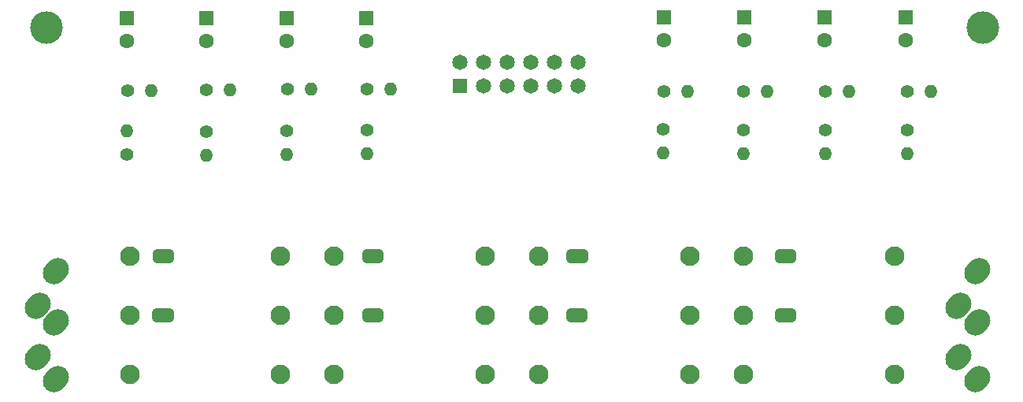
<source format=gbr>
%TF.GenerationSoftware,KiCad,Pcbnew,9.0.0*%
%TF.CreationDate,2025-03-26T11:57:41+11:00*%
%TF.ProjectId,Wing Board 4 TRS Mk IV,57696e67-2042-46f6-9172-642034205452,rev?*%
%TF.SameCoordinates,Original*%
%TF.FileFunction,Soldermask,Bot*%
%TF.FilePolarity,Negative*%
%FSLAX46Y46*%
G04 Gerber Fmt 4.6, Leading zero omitted, Abs format (unit mm)*
G04 Created by KiCad (PCBNEW 9.0.0) date 2025-03-26 11:57:41*
%MOMM*%
%LPD*%
G01*
G04 APERTURE LIST*
G04 Aperture macros list*
%AMHorizOval*
0 Thick line with rounded ends*
0 $1 width*
0 $2 $3 position (X,Y) of the first rounded end (center of the circle)*
0 $4 $5 position (X,Y) of the second rounded end (center of the circle)*
0 Add line between two ends*
20,1,$1,$2,$3,$4,$5,0*
0 Add two circle primitives to create the rounded ends*
1,1,$1,$2,$3*
1,1,$1,$4,$5*%
%AMFreePoly0*
4,1,23,0.500000,-0.750000,0.000000,-0.750000,0.000000,-0.745722,-0.065263,-0.745722,-0.191342,-0.711940,-0.304381,-0.646677,-0.396677,-0.554381,-0.461940,-0.441342,-0.495722,-0.315263,-0.495722,-0.250000,-0.500000,-0.250000,-0.500000,0.250000,-0.495722,0.250000,-0.495722,0.315263,-0.461940,0.441342,-0.396677,0.554381,-0.304381,0.646677,-0.191342,0.711940,-0.065263,0.745722,0.000000,0.745722,
0.000000,0.750000,0.500000,0.750000,0.500000,-0.750000,0.500000,-0.750000,$1*%
%AMFreePoly1*
4,1,23,0.000000,0.745722,0.065263,0.745722,0.191342,0.711940,0.304381,0.646677,0.396677,0.554381,0.461940,0.441342,0.495722,0.315263,0.495722,0.250000,0.500000,0.250000,0.500000,-0.250000,0.495722,-0.250000,0.495722,-0.315263,0.461940,-0.441342,0.396677,-0.554381,0.304381,-0.646677,0.191342,-0.711940,0.065263,-0.745722,0.000000,-0.745722,0.000000,-0.750000,-0.500000,-0.750000,
-0.500000,0.750000,0.000000,0.750000,0.000000,0.745722,0.000000,0.745722,$1*%
G04 Aperture macros list end*
%ADD10R,1.600000X1.600000*%
%ADD11C,1.600000*%
%ADD12C,2.100000*%
%ADD13C,1.400000*%
%ADD14O,1.400000X1.400000*%
%ADD15HorizOval,2.400000X-0.212132X-0.212132X0.212132X0.212132X0*%
%ADD16R,1.650000X1.650000*%
%ADD17C,1.650000*%
%ADD18C,3.500001*%
%ADD19FreePoly0,180.000000*%
%ADD20FreePoly1,180.000000*%
G04 APERTURE END LIST*
%TO.C,JP8*%
G36*
X16533000Y-34378200D02*
G01*
X16233000Y-34378200D01*
X16233000Y-35878200D01*
X16533000Y-35878200D01*
X16533000Y-34378200D01*
G37*
%TO.C,JP3*%
G36*
X61084600Y-28053600D02*
G01*
X60784600Y-28053600D01*
X60784600Y-29553600D01*
X61084600Y-29553600D01*
X61084600Y-28053600D01*
G37*
%TO.C,JP5*%
G36*
X39113600Y-28053600D02*
G01*
X38813600Y-28053600D01*
X38813600Y-29553600D01*
X39113600Y-29553600D01*
X39113600Y-28053600D01*
G37*
%TO.C,JP7*%
G36*
X16583800Y-28002800D02*
G01*
X16283800Y-28002800D01*
X16283800Y-29502800D01*
X16583800Y-29502800D01*
X16583800Y-28002800D01*
G37*
%TO.C,JP1*%
G36*
X83462000Y-28002800D02*
G01*
X83162000Y-28002800D01*
X83162000Y-29502800D01*
X83462000Y-29502800D01*
X83462000Y-28002800D01*
G37*
%TO.C,JP2*%
G36*
X83462000Y-34378200D02*
G01*
X83162000Y-34378200D01*
X83162000Y-35878200D01*
X83462000Y-35878200D01*
X83462000Y-34378200D01*
G37*
%TO.C,JP4*%
G36*
X61059200Y-34352800D02*
G01*
X60759200Y-34352800D01*
X60759200Y-35852800D01*
X61059200Y-35852800D01*
X61059200Y-34352800D01*
G37*
%TO.C,JP6*%
G36*
X39113600Y-34352800D02*
G01*
X38813600Y-34352800D01*
X38813600Y-35852800D01*
X39113600Y-35852800D01*
X39113600Y-34352800D01*
G37*
%TD*%
D10*
%TO.C,C6*%
X78875467Y-3098800D03*
D11*
X78875467Y-5598800D03*
%TD*%
D12*
%TO.C,J5*%
X73037200Y-41452800D03*
X56807200Y-41452800D03*
X73037200Y-35102800D03*
X56807200Y-35102800D03*
X73037200Y-28752800D03*
X56807200Y-28752800D03*
%TD*%
D13*
%TO.C,R6*%
X78765400Y-11099800D03*
D14*
X81305400Y-11099800D03*
%TD*%
D13*
%TO.C,R12*%
X38328600Y-15240000D03*
D14*
X38328600Y-17780000D03*
%TD*%
D13*
%TO.C,R4*%
X38303200Y-10820400D03*
D14*
X40843200Y-10820400D03*
%TD*%
D10*
%TO.C,C5*%
X70205600Y-3098800D03*
D11*
X70205600Y-5598800D03*
%TD*%
D15*
%TO.C,J2*%
X2899800Y-34100000D03*
X4899800Y-35900000D03*
X4899800Y-42000000D03*
X2899800Y-39600000D03*
X4899800Y-30400000D03*
%TD*%
D13*
%TO.C,R7*%
X87579200Y-11099800D03*
D14*
X90119200Y-11099800D03*
%TD*%
D10*
%TO.C,C7*%
X87545333Y-3098800D03*
D11*
X87545333Y-5598800D03*
%TD*%
D12*
%TO.C,J6*%
X95037200Y-41452800D03*
X78807200Y-41452800D03*
X95037200Y-35102800D03*
X78807200Y-35102800D03*
X95037200Y-28752800D03*
X78807200Y-28752800D03*
%TD*%
D13*
%TO.C,R16*%
X96443800Y-15214600D03*
D14*
X96443800Y-17754600D03*
%TD*%
D13*
%TO.C,R11*%
X29692600Y-15290800D03*
D14*
X29692600Y-17830800D03*
%TD*%
D13*
%TO.C,R5*%
X70205600Y-11099800D03*
D14*
X72745600Y-11099800D03*
%TD*%
D10*
%TO.C,C4*%
X38252400Y-3175000D03*
D11*
X38252400Y-5675000D03*
%TD*%
D10*
%TO.C,C3*%
X29667200Y-3175000D03*
D11*
X29667200Y-5675000D03*
%TD*%
D13*
%TO.C,R9*%
X12496800Y-17881600D03*
D14*
X12496800Y-15341600D03*
%TD*%
D13*
%TO.C,R1*%
X12547600Y-11023600D03*
D14*
X15087600Y-11023600D03*
%TD*%
D12*
%TO.C,J4*%
X51037200Y-41452800D03*
X34807200Y-41452800D03*
X51037200Y-35102800D03*
X34807200Y-35102800D03*
X51037200Y-28752800D03*
X34807200Y-28752800D03*
%TD*%
D16*
%TO.C,J1*%
X48310800Y-10464800D03*
D17*
X48310800Y-7924800D03*
X50850800Y-10464800D03*
X50850800Y-7924800D03*
X53390800Y-10464800D03*
X53390800Y-7924800D03*
X55930800Y-10464800D03*
X55930800Y-7924800D03*
X58470800Y-10464800D03*
X58470800Y-7924800D03*
X61010800Y-10464800D03*
X61010800Y-7924800D03*
%TD*%
D13*
%TO.C,R13*%
X70154800Y-15163800D03*
D14*
X70154800Y-17703800D03*
%TD*%
D10*
%TO.C,C8*%
X96215200Y-3098800D03*
D11*
X96215200Y-5598800D03*
%TD*%
D13*
%TO.C,R14*%
X78765400Y-15214600D03*
D14*
X78765400Y-17754600D03*
%TD*%
D15*
%TO.C,J7*%
X101899800Y-34100000D03*
X103899800Y-35900000D03*
X103899800Y-42000000D03*
X101899800Y-39600000D03*
X103899800Y-30400000D03*
%TD*%
D12*
%TO.C,J3*%
X29037200Y-41452800D03*
X12807200Y-41452800D03*
X29037200Y-35102800D03*
X12807200Y-35102800D03*
X29037200Y-28752800D03*
X12807200Y-28752800D03*
%TD*%
D18*
%TO.C,H2*%
X104500000Y-4240000D03*
%TD*%
D13*
%TO.C,R8*%
X96393000Y-11074400D03*
D14*
X98933000Y-11074400D03*
%TD*%
D13*
%TO.C,R10*%
X21056600Y-15392400D03*
D14*
X21056600Y-17932400D03*
%TD*%
D13*
%TO.C,R3*%
X29743400Y-10820400D03*
D14*
X32283400Y-10820400D03*
%TD*%
D18*
%TO.C,H1*%
X3899800Y-4240000D03*
%TD*%
D10*
%TO.C,C2*%
X21082000Y-3175000D03*
D11*
X21082000Y-5675000D03*
%TD*%
D10*
%TO.C,C1*%
X12496800Y-3175000D03*
D11*
X12496800Y-5675000D03*
%TD*%
D13*
%TO.C,R15*%
X87630000Y-15189200D03*
D14*
X87630000Y-17729200D03*
%TD*%
D13*
%TO.C,R2*%
X21031200Y-10922000D03*
D14*
X23571200Y-10922000D03*
%TD*%
D19*
%TO.C,JP8*%
X17033000Y-35128200D03*
D20*
X15733000Y-35128200D03*
%TD*%
D19*
%TO.C,JP3*%
X61584600Y-28803600D03*
D20*
X60284600Y-28803600D03*
%TD*%
D19*
%TO.C,JP5*%
X39613600Y-28803600D03*
D20*
X38313600Y-28803600D03*
%TD*%
D19*
%TO.C,JP7*%
X17083800Y-28752800D03*
D20*
X15783800Y-28752800D03*
%TD*%
D19*
%TO.C,JP1*%
X83962000Y-28752800D03*
D20*
X82662000Y-28752800D03*
%TD*%
D19*
%TO.C,JP2*%
X83962000Y-35128200D03*
D20*
X82662000Y-35128200D03*
%TD*%
D19*
%TO.C,JP4*%
X61559200Y-35102800D03*
D20*
X60259200Y-35102800D03*
%TD*%
D19*
%TO.C,JP6*%
X39613600Y-35102800D03*
D20*
X38313600Y-35102800D03*
%TD*%
M02*

</source>
